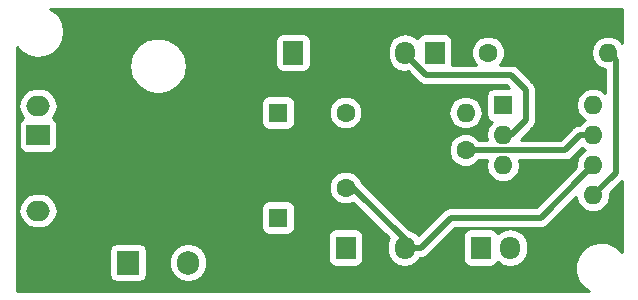
<source format=gtl>
G04 #@! TF.GenerationSoftware,KiCad,Pcbnew,(5.0.0)*
G04 #@! TF.CreationDate,2019-02-27T23:15:19+05:30*
G04 #@! TF.ProjectId,PCB,5043422E6B696361645F706362000000,rev?*
G04 #@! TF.SameCoordinates,Original*
G04 #@! TF.FileFunction,Copper,L1,Top,Signal*
G04 #@! TF.FilePolarity,Positive*
%FSLAX46Y46*%
G04 Gerber Fmt 4.6, Leading zero omitted, Abs format (unit mm)*
G04 Created by KiCad (PCBNEW (5.0.0)) date 02/27/19 23:15:19*
%MOMM*%
%LPD*%
G01*
G04 APERTURE LIST*
G04 #@! TA.AperFunction,ComponentPad*
%ADD10C,1.600000*%
G04 #@! TD*
G04 #@! TA.AperFunction,ComponentPad*
%ADD11O,1.600000X1.600000*%
G04 #@! TD*
G04 #@! TA.AperFunction,ComponentPad*
%ADD12R,1.600000X1.600000*%
G04 #@! TD*
G04 #@! TA.AperFunction,ComponentPad*
%ADD13R,2.000000X1.700000*%
G04 #@! TD*
G04 #@! TA.AperFunction,ComponentPad*
%ADD14O,2.000000X1.700000*%
G04 #@! TD*
G04 #@! TA.AperFunction,ComponentPad*
%ADD15R,1.700000X2.000000*%
G04 #@! TD*
G04 #@! TA.AperFunction,ComponentPad*
%ADD16O,1.700000X2.000000*%
G04 #@! TD*
G04 #@! TA.AperFunction,ComponentPad*
%ADD17O,1.700000X1.950000*%
G04 #@! TD*
G04 #@! TA.AperFunction,ComponentPad*
%ADD18R,1.700000X1.950000*%
G04 #@! TD*
G04 #@! TA.AperFunction,ComponentPad*
%ADD19R,1.905000X2.000000*%
G04 #@! TD*
G04 #@! TA.AperFunction,ComponentPad*
%ADD20O,1.905000X2.000000*%
G04 #@! TD*
G04 #@! TA.AperFunction,Conductor*
%ADD21C,0.500000*%
G04 #@! TD*
G04 #@! TA.AperFunction,Conductor*
%ADD22C,0.254000*%
G04 #@! TD*
G04 APERTURE END LIST*
D10*
G04 #@! TO.P,R2,1*
G04 #@! TO.N,Net-(R1-Pad2)*
X106045000Y-120015000D03*
D11*
G04 #@! TO.P,R2,2*
G04 #@! TO.N,GND*
X95885000Y-120015000D03*
G04 #@! TD*
D12*
G04 #@! TO.P,U2,1*
G04 #@! TO.N,Net-(U2-Pad1)*
X109220000Y-116205000D03*
D11*
G04 #@! TO.P,U2,5*
G04 #@! TO.N,Net-(R3-Pad2)*
X116840000Y-123825000D03*
G04 #@! TO.P,U2,2*
G04 #@! TO.N,Net-(J4-Pad2)*
X109220000Y-118745000D03*
G04 #@! TO.P,U2,6*
G04 #@! TO.N,Net-(J6-Pad3)*
X116840000Y-121285000D03*
G04 #@! TO.P,U2,3*
G04 #@! TO.N,Net-(J5-Pad2)*
X109220000Y-121285000D03*
G04 #@! TO.P,U2,7*
G04 #@! TO.N,Net-(R1-Pad2)*
X116840000Y-118745000D03*
G04 #@! TO.P,U2,4*
G04 #@! TO.N,GND*
X109220000Y-123825000D03*
G04 #@! TO.P,U2,8*
G04 #@! TO.N,Net-(C2-Pad1)*
X116840000Y-116205000D03*
G04 #@! TD*
D12*
G04 #@! TO.P,C1,1*
G04 #@! TO.N,Net-(C1-Pad1)*
X90170000Y-116840000D03*
D10*
G04 #@! TO.P,C1,2*
G04 #@! TO.N,GND*
X90170000Y-119340000D03*
G04 #@! TD*
D12*
G04 #@! TO.P,C2,1*
G04 #@! TO.N,Net-(C2-Pad1)*
X90170000Y-125730000D03*
D10*
G04 #@! TO.P,C2,2*
G04 #@! TO.N,GND*
X90170000Y-123230000D03*
G04 #@! TD*
D13*
G04 #@! TO.P,J1,1*
G04 #@! TO.N,GND*
X69850000Y-127635000D03*
D14*
G04 #@! TO.P,J1,2*
G04 #@! TO.N,Net-(J1-Pad2)*
X69850000Y-125135000D03*
G04 #@! TD*
G04 #@! TO.P,J2,2*
G04 #@! TO.N,Net-(C1-Pad1)*
X69850000Y-116245000D03*
D13*
G04 #@! TO.P,J2,1*
G04 #@! TO.N,Net-(J1-Pad2)*
X69850000Y-118745000D03*
G04 #@! TD*
D15*
G04 #@! TO.P,J3,1*
G04 #@! TO.N,Net-(J3-Pad1)*
X91440000Y-111760000D03*
D16*
G04 #@! TO.P,J3,2*
G04 #@! TO.N,GND*
X88940000Y-111760000D03*
G04 #@! TD*
D17*
G04 #@! TO.P,J4,3*
G04 #@! TO.N,GND*
X98425000Y-111760000D03*
G04 #@! TO.P,J4,2*
G04 #@! TO.N,Net-(J4-Pad2)*
X100925000Y-111760000D03*
D18*
G04 #@! TO.P,J4,1*
G04 #@! TO.N,Net-(C1-Pad1)*
X103425000Y-111760000D03*
G04 #@! TD*
G04 #@! TO.P,J5,1*
G04 #@! TO.N,Net-(C1-Pad1)*
X107315000Y-128270000D03*
D17*
G04 #@! TO.P,J5,2*
G04 #@! TO.N,Net-(J5-Pad2)*
X109815000Y-128270000D03*
G04 #@! TO.P,J5,3*
G04 #@! TO.N,GND*
X112315000Y-128270000D03*
G04 #@! TD*
D18*
G04 #@! TO.P,J6,1*
G04 #@! TO.N,Net-(C1-Pad1)*
X95885000Y-128270000D03*
D17*
G04 #@! TO.P,J6,2*
G04 #@! TO.N,GND*
X98385000Y-128270000D03*
G04 #@! TO.P,J6,3*
G04 #@! TO.N,Net-(J6-Pad3)*
X100885000Y-128270000D03*
G04 #@! TD*
D11*
G04 #@! TO.P,R1,2*
G04 #@! TO.N,Net-(R1-Pad2)*
X106045000Y-116840000D03*
D10*
G04 #@! TO.P,R1,1*
G04 #@! TO.N,Net-(C1-Pad1)*
X95885000Y-116840000D03*
G04 #@! TD*
G04 #@! TO.P,R3,1*
G04 #@! TO.N,Net-(J3-Pad1)*
X107950000Y-111760000D03*
D11*
G04 #@! TO.P,R3,2*
G04 #@! TO.N,Net-(R3-Pad2)*
X118110000Y-111760000D03*
G04 #@! TD*
G04 #@! TO.P,R4,2*
G04 #@! TO.N,GND*
X106045000Y-123190000D03*
D10*
G04 #@! TO.P,R4,1*
G04 #@! TO.N,Net-(J6-Pad3)*
X95885000Y-123190000D03*
G04 #@! TD*
D19*
G04 #@! TO.P,U1,1*
G04 #@! TO.N,Net-(C1-Pad1)*
X77470000Y-129540000D03*
D20*
G04 #@! TO.P,U1,2*
G04 #@! TO.N,GND*
X80010000Y-129540000D03*
G04 #@! TO.P,U1,3*
G04 #@! TO.N,Net-(C2-Pad1)*
X82550000Y-129540000D03*
G04 #@! TD*
D21*
G04 #@! TO.N,Net-(J4-Pad2)*
X100925000Y-111885000D02*
X100925000Y-111760000D01*
X109855000Y-118745000D02*
X111125000Y-117475000D01*
X109220000Y-118745000D02*
X109855000Y-118745000D01*
X111125000Y-117475000D02*
X111125000Y-114935000D01*
X111125000Y-114935000D02*
X109855000Y-113665000D01*
X109855000Y-113665000D02*
X102705000Y-113665000D01*
X102705000Y-113665000D02*
X100925000Y-111885000D01*
G04 #@! TO.N,Net-(J6-Pad3)*
X116040001Y-122084999D02*
X116840000Y-121285000D01*
X112395000Y-125730000D02*
X116040001Y-122084999D01*
X104775000Y-125730000D02*
X112395000Y-125730000D01*
X100885000Y-128270000D02*
X102235000Y-128270000D01*
X102235000Y-128270000D02*
X104775000Y-125730000D01*
X96520000Y-123190000D02*
X95885000Y-123190000D01*
X100885000Y-128270000D02*
X100885000Y-127555000D01*
X100885000Y-127555000D02*
X96520000Y-123190000D01*
G04 #@! TO.N,Net-(R1-Pad2)*
X107176370Y-120015000D02*
X106045000Y-120015000D01*
X114438630Y-120015000D02*
X107176370Y-120015000D01*
X115708630Y-118745000D02*
X114438630Y-120015000D01*
X116840000Y-118745000D02*
X115708630Y-118745000D01*
G04 #@! TO.N,Net-(R3-Pad2)*
X118745000Y-112395000D02*
X118110000Y-111760000D01*
X116840000Y-123825000D02*
X118745000Y-121920000D01*
X118745000Y-121920000D02*
X118745000Y-112395000D01*
G04 #@! TD*
D22*
G04 #@! TO.N,GND*
G36*
X119280000Y-110928098D02*
X119144577Y-110725423D01*
X118669909Y-110408260D01*
X118251333Y-110325000D01*
X117968667Y-110325000D01*
X117550091Y-110408260D01*
X117075423Y-110725423D01*
X116758260Y-111200091D01*
X116646887Y-111760000D01*
X116758260Y-112319909D01*
X117075423Y-112794577D01*
X117550091Y-113111740D01*
X117860001Y-113173385D01*
X117860001Y-115160683D01*
X117399909Y-114853260D01*
X116981333Y-114770000D01*
X116698667Y-114770000D01*
X116280091Y-114853260D01*
X115805423Y-115170423D01*
X115488260Y-115645091D01*
X115376887Y-116205000D01*
X115488260Y-116764909D01*
X115805423Y-117239577D01*
X116157758Y-117475000D01*
X115805423Y-117710423D01*
X115716074Y-117844144D01*
X115708629Y-117842663D01*
X115621469Y-117860000D01*
X115621465Y-117860000D01*
X115363320Y-117911348D01*
X115363318Y-117911349D01*
X115363319Y-117911349D01*
X115144475Y-118057576D01*
X115144474Y-118057577D01*
X115070581Y-118106951D01*
X115021207Y-118180844D01*
X114072052Y-119130000D01*
X110721578Y-119130000D01*
X111689156Y-118162423D01*
X111763049Y-118113049D01*
X111958652Y-117820310D01*
X112010000Y-117562165D01*
X112010000Y-117562161D01*
X112027337Y-117475001D01*
X112010000Y-117387841D01*
X112010000Y-115022159D01*
X112027337Y-114934999D01*
X112010000Y-114847839D01*
X112010000Y-114847835D01*
X111958652Y-114589690D01*
X111763049Y-114296951D01*
X111689156Y-114247577D01*
X110542425Y-113100847D01*
X110493049Y-113026951D01*
X110200310Y-112831348D01*
X109942165Y-112780000D01*
X109942161Y-112780000D01*
X109855000Y-112762663D01*
X109767839Y-112780000D01*
X108959396Y-112780000D01*
X109166534Y-112572862D01*
X109385000Y-112045439D01*
X109385000Y-111474561D01*
X109166534Y-110947138D01*
X108762862Y-110543466D01*
X108235439Y-110325000D01*
X107664561Y-110325000D01*
X107137138Y-110543466D01*
X106733466Y-110947138D01*
X106515000Y-111474561D01*
X106515000Y-112045439D01*
X106733466Y-112572862D01*
X106940604Y-112780000D01*
X104913489Y-112780000D01*
X104922440Y-112735000D01*
X104922440Y-110785000D01*
X104873157Y-110537235D01*
X104732809Y-110327191D01*
X104522765Y-110186843D01*
X104275000Y-110137560D01*
X102575000Y-110137560D01*
X102327235Y-110186843D01*
X102117191Y-110327191D01*
X101976843Y-110537235D01*
X101974281Y-110550114D01*
X101504418Y-110236161D01*
X100925000Y-110120908D01*
X100345583Y-110236161D01*
X99854375Y-110564375D01*
X99526161Y-111055582D01*
X99440000Y-111488744D01*
X99440000Y-112031255D01*
X99526161Y-112464417D01*
X99854375Y-112955625D01*
X100345582Y-113283839D01*
X100925000Y-113399092D01*
X101143960Y-113355538D01*
X102017577Y-114229156D01*
X102066951Y-114303049D01*
X102140844Y-114352423D01*
X102140845Y-114352424D01*
X102168414Y-114370845D01*
X102359690Y-114498652D01*
X102617835Y-114550000D01*
X102617839Y-114550000D01*
X102704999Y-114567337D01*
X102792159Y-114550000D01*
X109488422Y-114550000D01*
X109695982Y-114757560D01*
X108420000Y-114757560D01*
X108172235Y-114806843D01*
X107962191Y-114947191D01*
X107821843Y-115157235D01*
X107772560Y-115405000D01*
X107772560Y-117005000D01*
X107821843Y-117252765D01*
X107962191Y-117462809D01*
X108172235Y-117603157D01*
X108306106Y-117629785D01*
X108185423Y-117710423D01*
X107868260Y-118185091D01*
X107756887Y-118745000D01*
X107833468Y-119130000D01*
X107189396Y-119130000D01*
X106857862Y-118798466D01*
X106330439Y-118580000D01*
X105759561Y-118580000D01*
X105232138Y-118798466D01*
X104828466Y-119202138D01*
X104610000Y-119729561D01*
X104610000Y-120300439D01*
X104828466Y-120827862D01*
X105232138Y-121231534D01*
X105759561Y-121450000D01*
X106330439Y-121450000D01*
X106857862Y-121231534D01*
X107189396Y-120900000D01*
X107833468Y-120900000D01*
X107756887Y-121285000D01*
X107868260Y-121844909D01*
X108185423Y-122319577D01*
X108660091Y-122636740D01*
X109078667Y-122720000D01*
X109361333Y-122720000D01*
X109779909Y-122636740D01*
X110254577Y-122319577D01*
X110571740Y-121844909D01*
X110683113Y-121285000D01*
X110606532Y-120900000D01*
X114351469Y-120900000D01*
X114438630Y-120917337D01*
X114525791Y-120900000D01*
X114525795Y-120900000D01*
X114783940Y-120848652D01*
X115076679Y-120653049D01*
X115126055Y-120579153D01*
X115877483Y-119827726D01*
X116157758Y-120015000D01*
X115805423Y-120250423D01*
X115488260Y-120725091D01*
X115376887Y-121285000D01*
X115411983Y-121461438D01*
X112028422Y-124845000D01*
X104862159Y-124845000D01*
X104774999Y-124827663D01*
X104687839Y-124845000D01*
X104687835Y-124845000D01*
X104429690Y-124896348D01*
X104321880Y-124968385D01*
X104210845Y-125042576D01*
X104210844Y-125042577D01*
X104136951Y-125091951D01*
X104087577Y-125165844D01*
X102045115Y-127208307D01*
X101955625Y-127074375D01*
X101464417Y-126746161D01*
X101293803Y-126712224D01*
X97207425Y-122625847D01*
X97199868Y-122614538D01*
X97101534Y-122377138D01*
X96697862Y-121973466D01*
X96170439Y-121755000D01*
X95599561Y-121755000D01*
X95072138Y-121973466D01*
X94668466Y-122377138D01*
X94450000Y-122904561D01*
X94450000Y-123475439D01*
X94668466Y-124002862D01*
X95072138Y-124406534D01*
X95599561Y-124625000D01*
X96170439Y-124625000D01*
X96547315Y-124468893D01*
X99549384Y-127470963D01*
X99486161Y-127565583D01*
X99400000Y-127998745D01*
X99400000Y-128541256D01*
X99486161Y-128974418D01*
X99814375Y-129465625D01*
X100305583Y-129793839D01*
X100885000Y-129909092D01*
X101464418Y-129793839D01*
X101955625Y-129465625D01*
X102161378Y-129157693D01*
X102235000Y-129172337D01*
X102322161Y-129155000D01*
X102322165Y-129155000D01*
X102580310Y-129103652D01*
X102873049Y-128908049D01*
X102922425Y-128834153D01*
X104461578Y-127295000D01*
X105817560Y-127295000D01*
X105817560Y-129245000D01*
X105866843Y-129492765D01*
X106007191Y-129702809D01*
X106217235Y-129843157D01*
X106465000Y-129892440D01*
X108165000Y-129892440D01*
X108412765Y-129843157D01*
X108622809Y-129702809D01*
X108763157Y-129492765D01*
X108765719Y-129479886D01*
X109235583Y-129793839D01*
X109815000Y-129909092D01*
X110394418Y-129793839D01*
X110885625Y-129465625D01*
X111213839Y-128974417D01*
X111300000Y-128541255D01*
X111300000Y-127998744D01*
X111213839Y-127565582D01*
X110885625Y-127074375D01*
X110394417Y-126746161D01*
X109815000Y-126630908D01*
X109235582Y-126746161D01*
X108765719Y-127060114D01*
X108763157Y-127047235D01*
X108622809Y-126837191D01*
X108412765Y-126696843D01*
X108165000Y-126647560D01*
X106465000Y-126647560D01*
X106217235Y-126696843D01*
X106007191Y-126837191D01*
X105866843Y-127047235D01*
X105817560Y-127295000D01*
X104461578Y-127295000D01*
X105141579Y-126615000D01*
X112307839Y-126615000D01*
X112395000Y-126632337D01*
X112482161Y-126615000D01*
X112482165Y-126615000D01*
X112740310Y-126563652D01*
X113033049Y-126368049D01*
X113082425Y-126294153D01*
X115405870Y-123970708D01*
X115488260Y-124384909D01*
X115805423Y-124859577D01*
X116280091Y-125176740D01*
X116698667Y-125260000D01*
X116981333Y-125260000D01*
X117399909Y-125176740D01*
X117874577Y-124859577D01*
X118191740Y-124384909D01*
X118303113Y-123825000D01*
X118268017Y-123648561D01*
X119280001Y-122636578D01*
X119280001Y-128676493D01*
X119240360Y-128605709D01*
X118694894Y-128117149D01*
X118020583Y-127831615D01*
X117290138Y-127779897D01*
X116582323Y-127967571D01*
X115973460Y-128374400D01*
X115529203Y-128956517D01*
X115297455Y-129651151D01*
X115303206Y-130383402D01*
X115545836Y-131074311D01*
X115999182Y-131649377D01*
X116511226Y-131980000D01*
X68045000Y-131980000D01*
X68045000Y-128540000D01*
X75870060Y-128540000D01*
X75870060Y-130540000D01*
X75919343Y-130787765D01*
X76059691Y-130997809D01*
X76269735Y-131138157D01*
X76517500Y-131187440D01*
X78422500Y-131187440D01*
X78670265Y-131138157D01*
X78880309Y-130997809D01*
X79020657Y-130787765D01*
X79069940Y-130540000D01*
X79069940Y-129336151D01*
X80962500Y-129336151D01*
X80962500Y-129743850D01*
X81054609Y-130206911D01*
X81405477Y-130732023D01*
X81930590Y-131082891D01*
X82550000Y-131206100D01*
X83169411Y-131082891D01*
X83694523Y-130732023D01*
X84045391Y-130206910D01*
X84137500Y-129743849D01*
X84137500Y-129336150D01*
X84045391Y-128873089D01*
X83694523Y-128347977D01*
X83169410Y-127997109D01*
X82550000Y-127873900D01*
X81930589Y-127997109D01*
X81405477Y-128347977D01*
X81054609Y-128873090D01*
X80962500Y-129336151D01*
X79069940Y-129336151D01*
X79069940Y-128540000D01*
X79020657Y-128292235D01*
X78880309Y-128082191D01*
X78670265Y-127941843D01*
X78422500Y-127892560D01*
X76517500Y-127892560D01*
X76269735Y-127941843D01*
X76059691Y-128082191D01*
X75919343Y-128292235D01*
X75870060Y-128540000D01*
X68045000Y-128540000D01*
X68045000Y-127295000D01*
X94387560Y-127295000D01*
X94387560Y-129245000D01*
X94436843Y-129492765D01*
X94577191Y-129702809D01*
X94787235Y-129843157D01*
X95035000Y-129892440D01*
X96735000Y-129892440D01*
X96982765Y-129843157D01*
X97192809Y-129702809D01*
X97333157Y-129492765D01*
X97382440Y-129245000D01*
X97382440Y-127295000D01*
X97333157Y-127047235D01*
X97192809Y-126837191D01*
X96982765Y-126696843D01*
X96735000Y-126647560D01*
X95035000Y-126647560D01*
X94787235Y-126696843D01*
X94577191Y-126837191D01*
X94436843Y-127047235D01*
X94387560Y-127295000D01*
X68045000Y-127295000D01*
X68045000Y-125135000D01*
X68185908Y-125135000D01*
X68301161Y-125714418D01*
X68629375Y-126205625D01*
X69120582Y-126533839D01*
X69553744Y-126620000D01*
X70146256Y-126620000D01*
X70579418Y-126533839D01*
X71070625Y-126205625D01*
X71398839Y-125714418D01*
X71514092Y-125135000D01*
X71473316Y-124930000D01*
X88722560Y-124930000D01*
X88722560Y-126530000D01*
X88771843Y-126777765D01*
X88912191Y-126987809D01*
X89122235Y-127128157D01*
X89370000Y-127177440D01*
X90970000Y-127177440D01*
X91217765Y-127128157D01*
X91427809Y-126987809D01*
X91568157Y-126777765D01*
X91617440Y-126530000D01*
X91617440Y-124930000D01*
X91568157Y-124682235D01*
X91427809Y-124472191D01*
X91217765Y-124331843D01*
X90970000Y-124282560D01*
X89370000Y-124282560D01*
X89122235Y-124331843D01*
X88912191Y-124472191D01*
X88771843Y-124682235D01*
X88722560Y-124930000D01*
X71473316Y-124930000D01*
X71398839Y-124555582D01*
X71070625Y-124064375D01*
X70579418Y-123736161D01*
X70146256Y-123650000D01*
X69553744Y-123650000D01*
X69120582Y-123736161D01*
X68629375Y-124064375D01*
X68301161Y-124555582D01*
X68185908Y-125135000D01*
X68045000Y-125135000D01*
X68045000Y-116245000D01*
X68185908Y-116245000D01*
X68301161Y-116824418D01*
X68615114Y-117294281D01*
X68602235Y-117296843D01*
X68392191Y-117437191D01*
X68251843Y-117647235D01*
X68202560Y-117895000D01*
X68202560Y-119595000D01*
X68251843Y-119842765D01*
X68392191Y-120052809D01*
X68602235Y-120193157D01*
X68850000Y-120242440D01*
X70850000Y-120242440D01*
X71097765Y-120193157D01*
X71307809Y-120052809D01*
X71448157Y-119842765D01*
X71497440Y-119595000D01*
X71497440Y-117895000D01*
X71448157Y-117647235D01*
X71307809Y-117437191D01*
X71097765Y-117296843D01*
X71084886Y-117294281D01*
X71398839Y-116824418D01*
X71514092Y-116245000D01*
X71473316Y-116040000D01*
X88722560Y-116040000D01*
X88722560Y-117640000D01*
X88771843Y-117887765D01*
X88912191Y-118097809D01*
X89122235Y-118238157D01*
X89370000Y-118287440D01*
X90970000Y-118287440D01*
X91217765Y-118238157D01*
X91427809Y-118097809D01*
X91568157Y-117887765D01*
X91617440Y-117640000D01*
X91617440Y-116554561D01*
X94450000Y-116554561D01*
X94450000Y-117125439D01*
X94668466Y-117652862D01*
X95072138Y-118056534D01*
X95599561Y-118275000D01*
X96170439Y-118275000D01*
X96697862Y-118056534D01*
X97101534Y-117652862D01*
X97320000Y-117125439D01*
X97320000Y-116840000D01*
X104581887Y-116840000D01*
X104693260Y-117399909D01*
X105010423Y-117874577D01*
X105485091Y-118191740D01*
X105903667Y-118275000D01*
X106186333Y-118275000D01*
X106604909Y-118191740D01*
X107079577Y-117874577D01*
X107396740Y-117399909D01*
X107508113Y-116840000D01*
X107396740Y-116280091D01*
X107079577Y-115805423D01*
X106604909Y-115488260D01*
X106186333Y-115405000D01*
X105903667Y-115405000D01*
X105485091Y-115488260D01*
X105010423Y-115805423D01*
X104693260Y-116280091D01*
X104581887Y-116840000D01*
X97320000Y-116840000D01*
X97320000Y-116554561D01*
X97101534Y-116027138D01*
X96697862Y-115623466D01*
X96170439Y-115405000D01*
X95599561Y-115405000D01*
X95072138Y-115623466D01*
X94668466Y-116027138D01*
X94450000Y-116554561D01*
X91617440Y-116554561D01*
X91617440Y-116040000D01*
X91568157Y-115792235D01*
X91427809Y-115582191D01*
X91217765Y-115441843D01*
X90970000Y-115392560D01*
X89370000Y-115392560D01*
X89122235Y-115441843D01*
X88912191Y-115582191D01*
X88771843Y-115792235D01*
X88722560Y-116040000D01*
X71473316Y-116040000D01*
X71398839Y-115665582D01*
X71070625Y-115174375D01*
X70579418Y-114846161D01*
X70146256Y-114760000D01*
X69553744Y-114760000D01*
X69120582Y-114846161D01*
X68629375Y-115174375D01*
X68301161Y-115665582D01*
X68185908Y-116245000D01*
X68045000Y-116245000D01*
X68045000Y-112880000D01*
X77578276Y-112880000D01*
X77763380Y-113810580D01*
X78290511Y-114599489D01*
X79079420Y-115126620D01*
X79775103Y-115265000D01*
X80244897Y-115265000D01*
X80940580Y-115126620D01*
X81729489Y-114599489D01*
X82256620Y-113810580D01*
X82441724Y-112880000D01*
X82256620Y-111949420D01*
X81729489Y-111160511D01*
X81130081Y-110760000D01*
X89942560Y-110760000D01*
X89942560Y-112760000D01*
X89991843Y-113007765D01*
X90132191Y-113217809D01*
X90342235Y-113358157D01*
X90590000Y-113407440D01*
X92290000Y-113407440D01*
X92537765Y-113358157D01*
X92747809Y-113217809D01*
X92888157Y-113007765D01*
X92937440Y-112760000D01*
X92937440Y-110760000D01*
X92888157Y-110512235D01*
X92747809Y-110302191D01*
X92537765Y-110161843D01*
X92290000Y-110112560D01*
X90590000Y-110112560D01*
X90342235Y-110161843D01*
X90132191Y-110302191D01*
X89991843Y-110512235D01*
X89942560Y-110760000D01*
X81130081Y-110760000D01*
X80940580Y-110633380D01*
X80244897Y-110495000D01*
X79775103Y-110495000D01*
X79079420Y-110633380D01*
X78290511Y-111160511D01*
X77763380Y-111949420D01*
X77578276Y-112880000D01*
X68045000Y-112880000D01*
X68045000Y-111263524D01*
X68349182Y-111649377D01*
X68964360Y-112046593D01*
X69675036Y-112223126D01*
X70404578Y-112159940D01*
X71074321Y-111863850D01*
X71612046Y-111366783D01*
X71959770Y-110722336D01*
X72080000Y-110000000D01*
X72079725Y-109964973D01*
X71948164Y-109244614D01*
X71590360Y-108605709D01*
X71044894Y-108117149D01*
X70886316Y-108050000D01*
X119280000Y-108050000D01*
X119280000Y-110928098D01*
X119280000Y-110928098D01*
G37*
X119280000Y-110928098D02*
X119144577Y-110725423D01*
X118669909Y-110408260D01*
X118251333Y-110325000D01*
X117968667Y-110325000D01*
X117550091Y-110408260D01*
X117075423Y-110725423D01*
X116758260Y-111200091D01*
X116646887Y-111760000D01*
X116758260Y-112319909D01*
X117075423Y-112794577D01*
X117550091Y-113111740D01*
X117860001Y-113173385D01*
X117860001Y-115160683D01*
X117399909Y-114853260D01*
X116981333Y-114770000D01*
X116698667Y-114770000D01*
X116280091Y-114853260D01*
X115805423Y-115170423D01*
X115488260Y-115645091D01*
X115376887Y-116205000D01*
X115488260Y-116764909D01*
X115805423Y-117239577D01*
X116157758Y-117475000D01*
X115805423Y-117710423D01*
X115716074Y-117844144D01*
X115708629Y-117842663D01*
X115621469Y-117860000D01*
X115621465Y-117860000D01*
X115363320Y-117911348D01*
X115363318Y-117911349D01*
X115363319Y-117911349D01*
X115144475Y-118057576D01*
X115144474Y-118057577D01*
X115070581Y-118106951D01*
X115021207Y-118180844D01*
X114072052Y-119130000D01*
X110721578Y-119130000D01*
X111689156Y-118162423D01*
X111763049Y-118113049D01*
X111958652Y-117820310D01*
X112010000Y-117562165D01*
X112010000Y-117562161D01*
X112027337Y-117475001D01*
X112010000Y-117387841D01*
X112010000Y-115022159D01*
X112027337Y-114934999D01*
X112010000Y-114847839D01*
X112010000Y-114847835D01*
X111958652Y-114589690D01*
X111763049Y-114296951D01*
X111689156Y-114247577D01*
X110542425Y-113100847D01*
X110493049Y-113026951D01*
X110200310Y-112831348D01*
X109942165Y-112780000D01*
X109942161Y-112780000D01*
X109855000Y-112762663D01*
X109767839Y-112780000D01*
X108959396Y-112780000D01*
X109166534Y-112572862D01*
X109385000Y-112045439D01*
X109385000Y-111474561D01*
X109166534Y-110947138D01*
X108762862Y-110543466D01*
X108235439Y-110325000D01*
X107664561Y-110325000D01*
X107137138Y-110543466D01*
X106733466Y-110947138D01*
X106515000Y-111474561D01*
X106515000Y-112045439D01*
X106733466Y-112572862D01*
X106940604Y-112780000D01*
X104913489Y-112780000D01*
X104922440Y-112735000D01*
X104922440Y-110785000D01*
X104873157Y-110537235D01*
X104732809Y-110327191D01*
X104522765Y-110186843D01*
X104275000Y-110137560D01*
X102575000Y-110137560D01*
X102327235Y-110186843D01*
X102117191Y-110327191D01*
X101976843Y-110537235D01*
X101974281Y-110550114D01*
X101504418Y-110236161D01*
X100925000Y-110120908D01*
X100345583Y-110236161D01*
X99854375Y-110564375D01*
X99526161Y-111055582D01*
X99440000Y-111488744D01*
X99440000Y-112031255D01*
X99526161Y-112464417D01*
X99854375Y-112955625D01*
X100345582Y-113283839D01*
X100925000Y-113399092D01*
X101143960Y-113355538D01*
X102017577Y-114229156D01*
X102066951Y-114303049D01*
X102140844Y-114352423D01*
X102140845Y-114352424D01*
X102168414Y-114370845D01*
X102359690Y-114498652D01*
X102617835Y-114550000D01*
X102617839Y-114550000D01*
X102704999Y-114567337D01*
X102792159Y-114550000D01*
X109488422Y-114550000D01*
X109695982Y-114757560D01*
X108420000Y-114757560D01*
X108172235Y-114806843D01*
X107962191Y-114947191D01*
X107821843Y-115157235D01*
X107772560Y-115405000D01*
X107772560Y-117005000D01*
X107821843Y-117252765D01*
X107962191Y-117462809D01*
X108172235Y-117603157D01*
X108306106Y-117629785D01*
X108185423Y-117710423D01*
X107868260Y-118185091D01*
X107756887Y-118745000D01*
X107833468Y-119130000D01*
X107189396Y-119130000D01*
X106857862Y-118798466D01*
X106330439Y-118580000D01*
X105759561Y-118580000D01*
X105232138Y-118798466D01*
X104828466Y-119202138D01*
X104610000Y-119729561D01*
X104610000Y-120300439D01*
X104828466Y-120827862D01*
X105232138Y-121231534D01*
X105759561Y-121450000D01*
X106330439Y-121450000D01*
X106857862Y-121231534D01*
X107189396Y-120900000D01*
X107833468Y-120900000D01*
X107756887Y-121285000D01*
X107868260Y-121844909D01*
X108185423Y-122319577D01*
X108660091Y-122636740D01*
X109078667Y-122720000D01*
X109361333Y-122720000D01*
X109779909Y-122636740D01*
X110254577Y-122319577D01*
X110571740Y-121844909D01*
X110683113Y-121285000D01*
X110606532Y-120900000D01*
X114351469Y-120900000D01*
X114438630Y-120917337D01*
X114525791Y-120900000D01*
X114525795Y-120900000D01*
X114783940Y-120848652D01*
X115076679Y-120653049D01*
X115126055Y-120579153D01*
X115877483Y-119827726D01*
X116157758Y-120015000D01*
X115805423Y-120250423D01*
X115488260Y-120725091D01*
X115376887Y-121285000D01*
X115411983Y-121461438D01*
X112028422Y-124845000D01*
X104862159Y-124845000D01*
X104774999Y-124827663D01*
X104687839Y-124845000D01*
X104687835Y-124845000D01*
X104429690Y-124896348D01*
X104321880Y-124968385D01*
X104210845Y-125042576D01*
X104210844Y-125042577D01*
X104136951Y-125091951D01*
X104087577Y-125165844D01*
X102045115Y-127208307D01*
X101955625Y-127074375D01*
X101464417Y-126746161D01*
X101293803Y-126712224D01*
X97207425Y-122625847D01*
X97199868Y-122614538D01*
X97101534Y-122377138D01*
X96697862Y-121973466D01*
X96170439Y-121755000D01*
X95599561Y-121755000D01*
X95072138Y-121973466D01*
X94668466Y-122377138D01*
X94450000Y-122904561D01*
X94450000Y-123475439D01*
X94668466Y-124002862D01*
X95072138Y-124406534D01*
X95599561Y-124625000D01*
X96170439Y-124625000D01*
X96547315Y-124468893D01*
X99549384Y-127470963D01*
X99486161Y-127565583D01*
X99400000Y-127998745D01*
X99400000Y-128541256D01*
X99486161Y-128974418D01*
X99814375Y-129465625D01*
X100305583Y-129793839D01*
X100885000Y-129909092D01*
X101464418Y-129793839D01*
X101955625Y-129465625D01*
X102161378Y-129157693D01*
X102235000Y-129172337D01*
X102322161Y-129155000D01*
X102322165Y-129155000D01*
X102580310Y-129103652D01*
X102873049Y-128908049D01*
X102922425Y-128834153D01*
X104461578Y-127295000D01*
X105817560Y-127295000D01*
X105817560Y-129245000D01*
X105866843Y-129492765D01*
X106007191Y-129702809D01*
X106217235Y-129843157D01*
X106465000Y-129892440D01*
X108165000Y-129892440D01*
X108412765Y-129843157D01*
X108622809Y-129702809D01*
X108763157Y-129492765D01*
X108765719Y-129479886D01*
X109235583Y-129793839D01*
X109815000Y-129909092D01*
X110394418Y-129793839D01*
X110885625Y-129465625D01*
X111213839Y-128974417D01*
X111300000Y-128541255D01*
X111300000Y-127998744D01*
X111213839Y-127565582D01*
X110885625Y-127074375D01*
X110394417Y-126746161D01*
X109815000Y-126630908D01*
X109235582Y-126746161D01*
X108765719Y-127060114D01*
X108763157Y-127047235D01*
X108622809Y-126837191D01*
X108412765Y-126696843D01*
X108165000Y-126647560D01*
X106465000Y-126647560D01*
X106217235Y-126696843D01*
X106007191Y-126837191D01*
X105866843Y-127047235D01*
X105817560Y-127295000D01*
X104461578Y-127295000D01*
X105141579Y-126615000D01*
X112307839Y-126615000D01*
X112395000Y-126632337D01*
X112482161Y-126615000D01*
X112482165Y-126615000D01*
X112740310Y-126563652D01*
X113033049Y-126368049D01*
X113082425Y-126294153D01*
X115405870Y-123970708D01*
X115488260Y-124384909D01*
X115805423Y-124859577D01*
X116280091Y-125176740D01*
X116698667Y-125260000D01*
X116981333Y-125260000D01*
X117399909Y-125176740D01*
X117874577Y-124859577D01*
X118191740Y-124384909D01*
X118303113Y-123825000D01*
X118268017Y-123648561D01*
X119280001Y-122636578D01*
X119280001Y-128676493D01*
X119240360Y-128605709D01*
X118694894Y-128117149D01*
X118020583Y-127831615D01*
X117290138Y-127779897D01*
X116582323Y-127967571D01*
X115973460Y-128374400D01*
X115529203Y-128956517D01*
X115297455Y-129651151D01*
X115303206Y-130383402D01*
X115545836Y-131074311D01*
X115999182Y-131649377D01*
X116511226Y-131980000D01*
X68045000Y-131980000D01*
X68045000Y-128540000D01*
X75870060Y-128540000D01*
X75870060Y-130540000D01*
X75919343Y-130787765D01*
X76059691Y-130997809D01*
X76269735Y-131138157D01*
X76517500Y-131187440D01*
X78422500Y-131187440D01*
X78670265Y-131138157D01*
X78880309Y-130997809D01*
X79020657Y-130787765D01*
X79069940Y-130540000D01*
X79069940Y-129336151D01*
X80962500Y-129336151D01*
X80962500Y-129743850D01*
X81054609Y-130206911D01*
X81405477Y-130732023D01*
X81930590Y-131082891D01*
X82550000Y-131206100D01*
X83169411Y-131082891D01*
X83694523Y-130732023D01*
X84045391Y-130206910D01*
X84137500Y-129743849D01*
X84137500Y-129336150D01*
X84045391Y-128873089D01*
X83694523Y-128347977D01*
X83169410Y-127997109D01*
X82550000Y-127873900D01*
X81930589Y-127997109D01*
X81405477Y-128347977D01*
X81054609Y-128873090D01*
X80962500Y-129336151D01*
X79069940Y-129336151D01*
X79069940Y-128540000D01*
X79020657Y-128292235D01*
X78880309Y-128082191D01*
X78670265Y-127941843D01*
X78422500Y-127892560D01*
X76517500Y-127892560D01*
X76269735Y-127941843D01*
X76059691Y-128082191D01*
X75919343Y-128292235D01*
X75870060Y-128540000D01*
X68045000Y-128540000D01*
X68045000Y-127295000D01*
X94387560Y-127295000D01*
X94387560Y-129245000D01*
X94436843Y-129492765D01*
X94577191Y-129702809D01*
X94787235Y-129843157D01*
X95035000Y-129892440D01*
X96735000Y-129892440D01*
X96982765Y-129843157D01*
X97192809Y-129702809D01*
X97333157Y-129492765D01*
X97382440Y-129245000D01*
X97382440Y-127295000D01*
X97333157Y-127047235D01*
X97192809Y-126837191D01*
X96982765Y-126696843D01*
X96735000Y-126647560D01*
X95035000Y-126647560D01*
X94787235Y-126696843D01*
X94577191Y-126837191D01*
X94436843Y-127047235D01*
X94387560Y-127295000D01*
X68045000Y-127295000D01*
X68045000Y-125135000D01*
X68185908Y-125135000D01*
X68301161Y-125714418D01*
X68629375Y-126205625D01*
X69120582Y-126533839D01*
X69553744Y-126620000D01*
X70146256Y-126620000D01*
X70579418Y-126533839D01*
X71070625Y-126205625D01*
X71398839Y-125714418D01*
X71514092Y-125135000D01*
X71473316Y-124930000D01*
X88722560Y-124930000D01*
X88722560Y-126530000D01*
X88771843Y-126777765D01*
X88912191Y-126987809D01*
X89122235Y-127128157D01*
X89370000Y-127177440D01*
X90970000Y-127177440D01*
X91217765Y-127128157D01*
X91427809Y-126987809D01*
X91568157Y-126777765D01*
X91617440Y-126530000D01*
X91617440Y-124930000D01*
X91568157Y-124682235D01*
X91427809Y-124472191D01*
X91217765Y-124331843D01*
X90970000Y-124282560D01*
X89370000Y-124282560D01*
X89122235Y-124331843D01*
X88912191Y-124472191D01*
X88771843Y-124682235D01*
X88722560Y-124930000D01*
X71473316Y-124930000D01*
X71398839Y-124555582D01*
X71070625Y-124064375D01*
X70579418Y-123736161D01*
X70146256Y-123650000D01*
X69553744Y-123650000D01*
X69120582Y-123736161D01*
X68629375Y-124064375D01*
X68301161Y-124555582D01*
X68185908Y-125135000D01*
X68045000Y-125135000D01*
X68045000Y-116245000D01*
X68185908Y-116245000D01*
X68301161Y-116824418D01*
X68615114Y-117294281D01*
X68602235Y-117296843D01*
X68392191Y-117437191D01*
X68251843Y-117647235D01*
X68202560Y-117895000D01*
X68202560Y-119595000D01*
X68251843Y-119842765D01*
X68392191Y-120052809D01*
X68602235Y-120193157D01*
X68850000Y-120242440D01*
X70850000Y-120242440D01*
X71097765Y-120193157D01*
X71307809Y-120052809D01*
X71448157Y-119842765D01*
X71497440Y-119595000D01*
X71497440Y-117895000D01*
X71448157Y-117647235D01*
X71307809Y-117437191D01*
X71097765Y-117296843D01*
X71084886Y-117294281D01*
X71398839Y-116824418D01*
X71514092Y-116245000D01*
X71473316Y-116040000D01*
X88722560Y-116040000D01*
X88722560Y-117640000D01*
X88771843Y-117887765D01*
X88912191Y-118097809D01*
X89122235Y-118238157D01*
X89370000Y-118287440D01*
X90970000Y-118287440D01*
X91217765Y-118238157D01*
X91427809Y-118097809D01*
X91568157Y-117887765D01*
X91617440Y-117640000D01*
X91617440Y-116554561D01*
X94450000Y-116554561D01*
X94450000Y-117125439D01*
X94668466Y-117652862D01*
X95072138Y-118056534D01*
X95599561Y-118275000D01*
X96170439Y-118275000D01*
X96697862Y-118056534D01*
X97101534Y-117652862D01*
X97320000Y-117125439D01*
X97320000Y-116840000D01*
X104581887Y-116840000D01*
X104693260Y-117399909D01*
X105010423Y-117874577D01*
X105485091Y-118191740D01*
X105903667Y-118275000D01*
X106186333Y-118275000D01*
X106604909Y-118191740D01*
X107079577Y-117874577D01*
X107396740Y-117399909D01*
X107508113Y-116840000D01*
X107396740Y-116280091D01*
X107079577Y-115805423D01*
X106604909Y-115488260D01*
X106186333Y-115405000D01*
X105903667Y-115405000D01*
X105485091Y-115488260D01*
X105010423Y-115805423D01*
X104693260Y-116280091D01*
X104581887Y-116840000D01*
X97320000Y-116840000D01*
X97320000Y-116554561D01*
X97101534Y-116027138D01*
X96697862Y-115623466D01*
X96170439Y-115405000D01*
X95599561Y-115405000D01*
X95072138Y-115623466D01*
X94668466Y-116027138D01*
X94450000Y-116554561D01*
X91617440Y-116554561D01*
X91617440Y-116040000D01*
X91568157Y-115792235D01*
X91427809Y-115582191D01*
X91217765Y-115441843D01*
X90970000Y-115392560D01*
X89370000Y-115392560D01*
X89122235Y-115441843D01*
X88912191Y-115582191D01*
X88771843Y-115792235D01*
X88722560Y-116040000D01*
X71473316Y-116040000D01*
X71398839Y-115665582D01*
X71070625Y-115174375D01*
X70579418Y-114846161D01*
X70146256Y-114760000D01*
X69553744Y-114760000D01*
X69120582Y-114846161D01*
X68629375Y-115174375D01*
X68301161Y-115665582D01*
X68185908Y-116245000D01*
X68045000Y-116245000D01*
X68045000Y-112880000D01*
X77578276Y-112880000D01*
X77763380Y-113810580D01*
X78290511Y-114599489D01*
X79079420Y-115126620D01*
X79775103Y-115265000D01*
X80244897Y-115265000D01*
X80940580Y-115126620D01*
X81729489Y-114599489D01*
X82256620Y-113810580D01*
X82441724Y-112880000D01*
X82256620Y-111949420D01*
X81729489Y-111160511D01*
X81130081Y-110760000D01*
X89942560Y-110760000D01*
X89942560Y-112760000D01*
X89991843Y-113007765D01*
X90132191Y-113217809D01*
X90342235Y-113358157D01*
X90590000Y-113407440D01*
X92290000Y-113407440D01*
X92537765Y-113358157D01*
X92747809Y-113217809D01*
X92888157Y-113007765D01*
X92937440Y-112760000D01*
X92937440Y-110760000D01*
X92888157Y-110512235D01*
X92747809Y-110302191D01*
X92537765Y-110161843D01*
X92290000Y-110112560D01*
X90590000Y-110112560D01*
X90342235Y-110161843D01*
X90132191Y-110302191D01*
X89991843Y-110512235D01*
X89942560Y-110760000D01*
X81130081Y-110760000D01*
X80940580Y-110633380D01*
X80244897Y-110495000D01*
X79775103Y-110495000D01*
X79079420Y-110633380D01*
X78290511Y-111160511D01*
X77763380Y-111949420D01*
X77578276Y-112880000D01*
X68045000Y-112880000D01*
X68045000Y-111263524D01*
X68349182Y-111649377D01*
X68964360Y-112046593D01*
X69675036Y-112223126D01*
X70404578Y-112159940D01*
X71074321Y-111863850D01*
X71612046Y-111366783D01*
X71959770Y-110722336D01*
X72080000Y-110000000D01*
X72079725Y-109964973D01*
X71948164Y-109244614D01*
X71590360Y-108605709D01*
X71044894Y-108117149D01*
X70886316Y-108050000D01*
X119280000Y-108050000D01*
X119280000Y-110928098D01*
G04 #@! TD*
M02*

</source>
